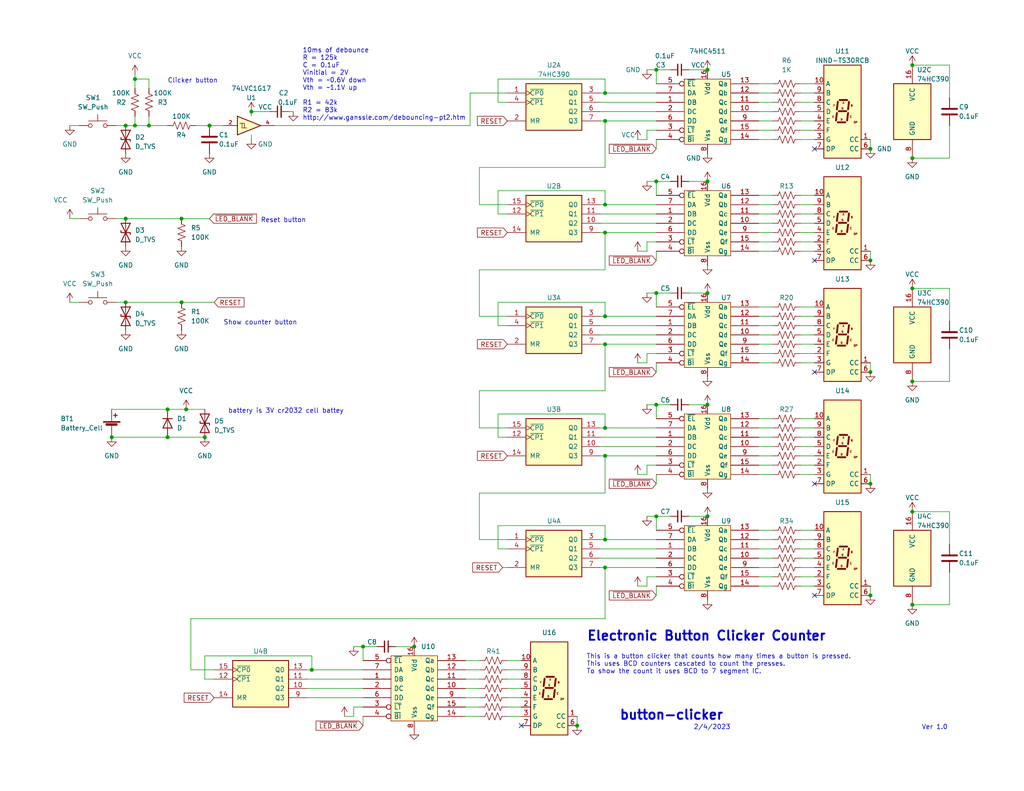
<source format=kicad_sch>
(kicad_sch (version 20230121) (generator eeschema)
  (paper "USLetter")
  (junction (at 165.1 86.36))
  (junction (at 49.53 59.69))
  (junction (at 193.04 110.49))
  (junction (at 179.07 110.49))
  (junction (at 165.1 33.02))
  (junction (at 50.8 111.76))
  (junction (at 179.07 80.01))
  (junction (at 237.49 71.12))
  (junction (at 165.1 25.4))
  (junction (at 237.49 101.6))
  (junction (at 237.49 162.56))
  (junction (at 179.07 19.05))
  (junction (at 248.92 165.1))
  (junction (at 45.72 111.76))
  (junction (at 68.58 30.48))
  (junction (at 85.09 182.88))
  (junction (at 165.1 55.88))
  (junction (at 34.29 59.69))
  (junction (at 193.04 140.97))
  (junction (at 248.92 78.74))
  (junction (at 40.64 34.29))
  (junction (at 248.92 139.7))
  (junction (at 45.72 119.38))
  (junction (at 165.1 124.46))
  (junction (at 165.1 93.98))
  (junction (at 179.07 49.53))
  (junction (at 34.29 82.55))
  (junction (at 49.53 82.55))
  (junction (at 36.83 21.59))
  (junction (at 193.04 19.05))
  (junction (at 193.04 49.53))
  (junction (at 30.48 119.38))
  (junction (at 55.88 119.38))
  (junction (at 165.1 116.84))
  (junction (at 193.04 80.01))
  (junction (at 248.92 17.78))
  (junction (at 237.49 132.08))
  (junction (at 113.03 176.53))
  (junction (at 34.29 34.29))
  (junction (at 99.06 176.53))
  (junction (at 179.07 140.97))
  (junction (at 165.1 154.94))
  (junction (at 165.1 63.5))
  (junction (at 36.83 34.29))
  (junction (at 248.92 43.18))
  (junction (at 165.1 147.32))
  (junction (at 237.49 40.64))
  (junction (at 157.48 198.12))
  (junction (at 57.15 34.29))
  (junction (at 248.92 104.14))
  (no_connect (at 222.25 101.6))
  (no_connect (at 142.24 198.12))
  (no_connect (at 222.25 40.64))
  (no_connect (at 222.25 71.12))
  (no_connect (at 222.25 132.08))
  (no_connect (at 222.25 162.56))
  (wire (pts (xy 163.83 124.46) (xy 165.1 124.46)))
  (wire (pts (xy 163.83 147.32) (xy 165.1 147.32)))
  (wire (pts (xy 222.25 129.54) (xy 218.44 129.54)))
  (wire (pts (xy 179.07 83.82) (xy 179.07 80.01)))
  (wire (pts (xy 179.07 68.58) (xy 179.07 71.12)))
  (wire (pts (xy 218.44 93.98) (xy 222.25 93.98)))
  (wire (pts (xy 30.48 111.76) (xy 45.72 111.76)))
  (wire (pts (xy 163.83 91.44) (xy 179.07 91.44)))
  (wire (pts (xy 210.82 60.96) (xy 207.01 60.96)))
  (wire (pts (xy 176.53 80.01) (xy 179.07 80.01)))
  (wire (pts (xy 210.82 86.36) (xy 207.01 86.36)))
  (wire (pts (xy 165.1 52.07) (xy 165.1 55.88)))
  (wire (pts (xy 176.53 127) (xy 179.07 127)))
  (wire (pts (xy 210.82 147.32) (xy 207.01 147.32)))
  (wire (pts (xy 99.06 180.34) (xy 99.06 176.53)))
  (wire (pts (xy 130.81 86.36) (xy 130.81 73.66)))
  (wire (pts (xy 259.08 156.21) (xy 259.08 165.1)))
  (wire (pts (xy 259.08 165.1) (xy 248.92 165.1)))
  (wire (pts (xy 218.44 157.48) (xy 222.25 157.48)))
  (wire (pts (xy 176.53 49.53) (xy 179.07 49.53)))
  (wire (pts (xy 130.81 190.5) (xy 127 190.5)))
  (wire (pts (xy 210.82 33.02) (xy 207.01 33.02)))
  (wire (pts (xy 165.1 106.68) (xy 165.1 93.98)))
  (wire (pts (xy 68.58 30.48) (xy 68.58 31.75)))
  (wire (pts (xy 179.07 49.53) (xy 182.88 49.53)))
  (wire (pts (xy 259.08 87.63) (xy 259.08 78.74)))
  (wire (pts (xy 218.44 119.38) (xy 222.25 119.38)))
  (wire (pts (xy 163.83 86.36) (xy 165.1 86.36)))
  (wire (pts (xy 142.24 195.58) (xy 138.43 195.58)))
  (wire (pts (xy 259.08 43.18) (xy 248.92 43.18)))
  (wire (pts (xy 40.64 31.75) (xy 40.64 34.29)))
  (wire (pts (xy 210.82 93.98) (xy 207.01 93.98)))
  (wire (pts (xy 40.64 34.29) (xy 45.72 34.29)))
  (wire (pts (xy 157.48 195.58) (xy 157.48 198.12)))
  (wire (pts (xy 130.81 195.58) (xy 127 195.58)))
  (wire (pts (xy 96.52 176.53) (xy 99.06 176.53)))
  (wire (pts (xy 130.81 106.68) (xy 130.81 116.84)))
  (wire (pts (xy 218.44 60.96) (xy 222.25 60.96)))
  (wire (pts (xy 130.81 45.72) (xy 130.81 55.88)))
  (wire (pts (xy 165.1 33.02) (xy 179.07 33.02)))
  (wire (pts (xy 173.99 99.06) (xy 176.53 99.06)))
  (wire (pts (xy 210.82 116.84) (xy 207.01 116.84)))
  (wire (pts (xy 165.1 113.03) (xy 165.1 116.84)))
  (wire (pts (xy 210.82 121.92) (xy 207.01 121.92)))
  (wire (pts (xy 176.53 110.49) (xy 179.07 110.49)))
  (wire (pts (xy 50.8 111.76) (xy 55.88 111.76)))
  (wire (pts (xy 36.83 20.32) (xy 36.83 21.59)))
  (wire (pts (xy 52.07 182.88) (xy 58.42 182.88)))
  (wire (pts (xy 218.44 160.02) (xy 222.25 160.02)))
  (wire (pts (xy 40.64 24.13) (xy 40.64 21.59)))
  (wire (pts (xy 165.1 116.84) (xy 179.07 116.84)))
  (wire (pts (xy 218.44 86.36) (xy 222.25 86.36)))
  (wire (pts (xy 163.83 121.92) (xy 179.07 121.92)))
  (wire (pts (xy 210.82 119.38) (xy 207.01 119.38)))
  (wire (pts (xy 176.53 157.48) (xy 179.07 157.48)))
  (wire (pts (xy 138.43 86.36) (xy 130.81 86.36)))
  (wire (pts (xy 210.82 96.52) (xy 207.01 96.52)))
  (wire (pts (xy 130.81 185.42) (xy 127 185.42)))
  (wire (pts (xy 107.95 176.53) (xy 113.03 176.53)))
  (wire (pts (xy 210.82 58.42) (xy 207.01 58.42)))
  (wire (pts (xy 130.81 134.62) (xy 130.81 147.32)))
  (wire (pts (xy 210.82 124.46) (xy 207.01 124.46)))
  (wire (pts (xy 179.07 110.49) (xy 182.88 110.49)))
  (wire (pts (xy 176.53 140.97) (xy 179.07 140.97)))
  (wire (pts (xy 218.44 121.92) (xy 222.25 121.92)))
  (wire (pts (xy 138.43 119.38) (xy 135.89 119.38)))
  (wire (pts (xy 218.44 96.52) (xy 222.25 96.52)))
  (wire (pts (xy 130.81 55.88) (xy 138.43 55.88)))
  (wire (pts (xy 138.43 193.04) (xy 142.24 193.04)))
  (wire (pts (xy 74.93 34.29) (xy 128.27 34.29)))
  (wire (pts (xy 163.83 27.94) (xy 179.07 27.94)))
  (wire (pts (xy 130.81 193.04) (xy 127 193.04)))
  (wire (pts (xy 259.08 78.74) (xy 248.92 78.74)))
  (wire (pts (xy 138.43 58.42) (xy 135.89 58.42)))
  (wire (pts (xy 218.44 66.04) (xy 222.25 66.04)))
  (wire (pts (xy 135.89 27.94) (xy 135.89 21.59)))
  (wire (pts (xy 237.49 129.54) (xy 237.49 132.08)))
  (wire (pts (xy 210.82 63.5) (xy 207.01 63.5)))
  (wire (pts (xy 179.07 114.3) (xy 179.07 110.49)))
  (wire (pts (xy 165.1 143.51) (xy 165.1 147.32)))
  (wire (pts (xy 165.1 86.36) (xy 179.07 86.36)))
  (wire (pts (xy 163.83 119.38) (xy 179.07 119.38)))
  (wire (pts (xy 138.43 149.86) (xy 135.89 149.86)))
  (wire (pts (xy 83.82 190.5) (xy 99.06 190.5)))
  (wire (pts (xy 179.07 144.78) (xy 179.07 140.97)))
  (wire (pts (xy 210.82 27.94) (xy 207.01 27.94)))
  (wire (pts (xy 210.82 157.48) (xy 207.01 157.48)))
  (wire (pts (xy 222.25 68.58) (xy 218.44 68.58)))
  (wire (pts (xy 34.29 34.29) (xy 36.83 34.29)))
  (wire (pts (xy 57.15 34.29) (xy 60.96 34.29)))
  (wire (pts (xy 218.44 99.06) (xy 222.25 99.06)))
  (wire (pts (xy 187.96 140.97) (xy 193.04 140.97)))
  (wire (pts (xy 218.44 88.9) (xy 222.25 88.9)))
  (wire (pts (xy 259.08 104.14) (xy 248.92 104.14)))
  (wire (pts (xy 163.83 63.5) (xy 165.1 63.5)))
  (wire (pts (xy 210.82 127) (xy 207.01 127)))
  (wire (pts (xy 259.08 17.78) (xy 248.92 17.78)))
  (wire (pts (xy 210.82 35.56) (xy 207.01 35.56)))
  (wire (pts (xy 218.44 63.5) (xy 222.25 63.5)))
  (wire (pts (xy 210.82 99.06) (xy 207.01 99.06)))
  (wire (pts (xy 218.44 144.78) (xy 222.25 144.78)))
  (wire (pts (xy 165.1 25.4) (xy 179.07 25.4)))
  (wire (pts (xy 165.1 93.98) (xy 179.07 93.98)))
  (wire (pts (xy 58.42 185.42) (xy 55.88 185.42)))
  (wire (pts (xy 165.1 82.55) (xy 165.1 86.36)))
  (wire (pts (xy 165.1 55.88) (xy 179.07 55.88)))
  (wire (pts (xy 31.75 34.29) (xy 34.29 34.29)))
  (wire (pts (xy 179.07 129.54) (xy 179.07 132.08)))
  (wire (pts (xy 218.44 55.88) (xy 222.25 55.88)))
  (wire (pts (xy 179.07 140.97) (xy 182.88 140.97)))
  (wire (pts (xy 259.08 139.7) (xy 248.92 139.7)))
  (wire (pts (xy 49.53 82.55) (xy 58.42 82.55)))
  (wire (pts (xy 218.44 152.4) (xy 222.25 152.4)))
  (wire (pts (xy 138.43 190.5) (xy 142.24 190.5)))
  (wire (pts (xy 218.44 25.4) (xy 222.25 25.4)))
  (wire (pts (xy 165.1 45.72) (xy 165.1 33.02)))
  (wire (pts (xy 210.82 53.34) (xy 207.01 53.34)))
  (wire (pts (xy 163.83 30.48) (xy 179.07 30.48)))
  (wire (pts (xy 93.98 195.58) (xy 96.52 195.58)))
  (wire (pts (xy 176.53 99.06) (xy 176.53 96.52)))
  (wire (pts (xy 163.83 58.42) (xy 179.07 58.42)))
  (wire (pts (xy 165.1 124.46) (xy 179.07 124.46)))
  (wire (pts (xy 36.83 31.75) (xy 36.83 34.29)))
  (wire (pts (xy 179.07 80.01) (xy 182.88 80.01)))
  (wire (pts (xy 218.44 116.84) (xy 222.25 116.84)))
  (wire (pts (xy 135.89 149.86) (xy 135.89 143.51)))
  (wire (pts (xy 210.82 83.82) (xy 207.01 83.82)))
  (wire (pts (xy 165.1 134.62) (xy 165.1 124.46)))
  (wire (pts (xy 210.82 25.4) (xy 207.01 25.4)))
  (wire (pts (xy 237.49 38.1) (xy 237.49 40.64)))
  (wire (pts (xy 19.05 34.29) (xy 21.59 34.29)))
  (wire (pts (xy 218.44 53.34) (xy 222.25 53.34)))
  (wire (pts (xy 163.83 33.02) (xy 165.1 33.02)))
  (wire (pts (xy 50.8 111.76) (xy 45.72 111.76)))
  (wire (pts (xy 210.82 154.94) (xy 207.01 154.94)))
  (wire (pts (xy 19.05 82.55) (xy 21.59 82.55)))
  (wire (pts (xy 55.88 179.07) (xy 85.09 179.07)))
  (wire (pts (xy 218.44 124.46) (xy 222.25 124.46)))
  (wire (pts (xy 218.44 114.3) (xy 222.25 114.3)))
  (wire (pts (xy 176.53 66.04) (xy 179.07 66.04)))
  (wire (pts (xy 52.07 168.91) (xy 165.1 168.91)))
  (wire (pts (xy 176.53 35.56) (xy 179.07 35.56)))
  (wire (pts (xy 179.07 22.86) (xy 179.07 19.05)))
  (wire (pts (xy 163.83 149.86) (xy 179.07 149.86)))
  (wire (pts (xy 218.44 83.82) (xy 222.25 83.82)))
  (wire (pts (xy 83.82 187.96) (xy 99.06 187.96)))
  (wire (pts (xy 36.83 34.29) (xy 40.64 34.29)))
  (wire (pts (xy 130.81 187.96) (xy 127 187.96)))
  (wire (pts (xy 173.99 38.1) (xy 176.53 38.1)))
  (wire (pts (xy 130.81 180.34) (xy 127 180.34)))
  (wire (pts (xy 165.1 21.59) (xy 165.1 25.4)))
  (wire (pts (xy 165.1 63.5) (xy 179.07 63.5)))
  (wire (pts (xy 163.83 55.88) (xy 165.1 55.88)))
  (wire (pts (xy 176.53 19.05) (xy 179.07 19.05)))
  (wire (pts (xy 96.52 193.04) (xy 99.06 193.04)))
  (wire (pts (xy 237.49 68.58) (xy 237.49 71.12)))
  (wire (pts (xy 218.44 58.42) (xy 222.25 58.42)))
  (wire (pts (xy 179.07 53.34) (xy 179.07 49.53)))
  (wire (pts (xy 45.72 119.38) (xy 55.88 119.38)))
  (wire (pts (xy 130.81 134.62) (xy 165.1 134.62)))
  (wire (pts (xy 187.96 49.53) (xy 193.04 49.53)))
  (wire (pts (xy 210.82 30.48) (xy 207.01 30.48)))
  (wire (pts (xy 135.89 119.38) (xy 135.89 113.03)))
  (wire (pts (xy 53.34 34.29) (xy 57.15 34.29)))
  (wire (pts (xy 176.53 160.02) (xy 176.53 157.48)))
  (wire (pts (xy 218.44 27.94) (xy 222.25 27.94)))
  (wire (pts (xy 40.64 21.59) (xy 36.83 21.59)))
  (wire (pts (xy 176.53 38.1) (xy 176.53 35.56)))
  (wire (pts (xy 173.99 160.02) (xy 176.53 160.02)))
  (wire (pts (xy 210.82 55.88) (xy 207.01 55.88)))
  (wire (pts (xy 135.89 21.59) (xy 165.1 21.59)))
  (wire (pts (xy 259.08 95.25) (xy 259.08 104.14)))
  (wire (pts (xy 135.89 143.51) (xy 165.1 143.51)))
  (wire (pts (xy 210.82 129.54) (xy 207.01 129.54)))
  (wire (pts (xy 237.49 160.02) (xy 237.49 162.56)))
  (wire (pts (xy 210.82 38.1) (xy 207.01 38.1)))
  (wire (pts (xy 34.29 82.55) (xy 49.53 82.55)))
  (wire (pts (xy 218.44 147.32) (xy 222.25 147.32)))
  (wire (pts (xy 130.81 73.66) (xy 165.1 73.66)))
  (wire (pts (xy 138.43 147.32) (xy 130.81 147.32)))
  (wire (pts (xy 135.89 88.9) (xy 135.89 82.55)))
  (wire (pts (xy 163.83 116.84) (xy 165.1 116.84)))
  (wire (pts (xy 130.81 116.84) (xy 138.43 116.84)))
  (wire (pts (xy 135.89 82.55) (xy 165.1 82.55)))
  (wire (pts (xy 19.05 59.69) (xy 21.59 59.69)))
  (wire (pts (xy 135.89 58.42) (xy 135.89 52.07)))
  (wire (pts (xy 259.08 34.29) (xy 259.08 43.18)))
  (wire (pts (xy 31.75 59.69) (xy 34.29 59.69)))
  (wire (pts (xy 210.82 149.86) (xy 207.01 149.86)))
  (wire (pts (xy 130.81 45.72) (xy 165.1 45.72)))
  (wire (pts (xy 210.82 144.78) (xy 207.01 144.78)))
  (wire (pts (xy 83.82 185.42) (xy 99.06 185.42)))
  (wire (pts (xy 128.27 34.29) (xy 128.27 25.4)))
  (wire (pts (xy 259.08 26.67) (xy 259.08 17.78)))
  (wire (pts (xy 222.25 38.1) (xy 218.44 38.1)))
  (wire (pts (xy 210.82 88.9) (xy 207.01 88.9)))
  (wire (pts (xy 176.53 96.52) (xy 179.07 96.52)))
  (wire (pts (xy 163.83 93.98) (xy 165.1 93.98)))
  (wire (pts (xy 237.49 99.06) (xy 237.49 101.6)))
  (wire (pts (xy 83.82 182.88) (xy 85.09 182.88)))
  (wire (pts (xy 179.07 99.06) (xy 179.07 101.6)))
  (wire (pts (xy 138.43 182.88) (xy 142.24 182.88)))
  (wire (pts (xy 135.89 52.07) (xy 165.1 52.07)))
  (wire (pts (xy 52.07 168.91) (xy 52.07 182.88)))
  (wire (pts (xy 210.82 91.44) (xy 207.01 91.44)))
  (wire (pts (xy 31.75 82.55) (xy 34.29 82.55)))
  (wire (pts (xy 210.82 152.4) (xy 207.01 152.4)))
  (wire (pts (xy 176.53 68.58) (xy 176.53 66.04)))
  (wire (pts (xy 163.83 88.9) (xy 179.07 88.9)))
  (wire (pts (xy 176.53 129.54) (xy 176.53 127)))
  (wire (pts (xy 55.88 185.42) (xy 55.88 179.07)))
  (wire (pts (xy 138.43 88.9) (xy 135.89 88.9)))
  (wire (pts (xy 187.96 80.01) (xy 193.04 80.01)))
  (wire (pts (xy 68.58 30.48) (xy 73.66 30.48)))
  (wire (pts (xy 173.99 68.58) (xy 176.53 68.58)))
  (wire (pts (xy 218.44 30.48) (xy 222.25 30.48)))
  (wire (pts (xy 165.1 154.94) (xy 165.1 168.91)))
  (wire (pts (xy 138.43 180.34) (xy 142.24 180.34)))
  (wire (pts (xy 163.83 154.94) (xy 165.1 154.94)))
  (wire (pts (xy 165.1 154.94) (xy 179.07 154.94)))
  (wire (pts (xy 165.1 73.66) (xy 165.1 63.5)))
  (wire (pts (xy 210.82 66.04) (xy 207.01 66.04)))
  (wire (pts (xy 210.82 160.02) (xy 207.01 160.02)))
  (wire (pts (xy 218.44 149.86) (xy 222.25 149.86)))
  (wire (pts (xy 179.07 38.1) (xy 179.07 40.64)))
  (wire (pts (xy 163.83 25.4) (xy 165.1 25.4)))
  (wire (pts (xy 138.43 154.94) (xy 137.16 154.94)))
  (wire (pts (xy 36.83 21.59) (xy 36.83 24.13)))
  (wire (pts (xy 179.07 160.02) (xy 179.07 162.56)))
  (wire (pts (xy 85.09 182.88) (xy 99.06 182.88)))
  (wire (pts (xy 187.96 19.05) (xy 193.04 19.05)))
  (wire (pts (xy 99.06 195.58) (xy 99.06 198.12)))
  (wire (pts (xy 135.89 113.03) (xy 165.1 113.03)))
  (wire (pts (xy 138.43 187.96) (xy 142.24 187.96)))
  (wire (pts (xy 78.74 30.48) (xy 80.01 30.48)))
  (wire (pts (xy 130.81 182.88) (xy 127 182.88)))
  (wire (pts (xy 163.83 152.4) (xy 179.07 152.4)))
  (wire (pts (xy 130.81 106.68) (xy 165.1 106.68)))
  (wire (pts (xy 96.52 195.58) (xy 96.52 193.04)))
  (wire (pts (xy 210.82 68.58) (xy 207.01 68.58)))
  (wire (pts (xy 218.44 33.02) (xy 222.25 33.02)))
  (wire (pts (xy 163.83 60.96) (xy 179.07 60.96)))
  (wire (pts (xy 165.1 147.32) (xy 179.07 147.32)))
  (wire (pts (xy 210.82 22.86) (xy 207.01 22.86)))
  (wire (pts (xy 34.29 59.69) (xy 49.53 59.69)))
  (wire (pts (xy 57.15 59.69) (xy 49.53 59.69)))
  (wire (pts (xy 218.44 91.44) (xy 222.25 91.44)))
  (wire (pts (xy 179.07 19.05) (xy 182.88 19.05)))
  (wire (pts (xy 68.58 38.1) (xy 68.58 36.83)))
  (wire (pts (xy 99.06 176.53) (xy 102.87 176.53)))
  (wire (pts (xy 210.82 114.3) (xy 207.01 114.3)))
  (wire (pts (xy 218.44 35.56) (xy 222.25 35.56)))
  (wire (pts (xy 187.96 110.49) (xy 193.04 110.49)))
  (wire (pts (xy 138.43 27.94) (xy 135.89 27.94)))
  (wire (pts (xy 128.27 25.4) (xy 138.43 25.4)))
  (wire (pts (xy 30.48 119.38) (xy 45.72 119.38)))
  (wire (pts (xy 138.43 185.42) (xy 142.24 185.42)))
  (wire (pts (xy 218.44 154.94) (xy 222.25 154.94)))
  (wire (pts (xy 173.99 129.54) (xy 176.53 129.54)))
  (wire (pts (xy 218.44 22.86) (xy 222.25 22.86)))
  (wire (pts (xy 85.09 179.07) (xy 85.09 182.88)))
  (wire (pts (xy 259.08 148.59) (xy 259.08 139.7)))
  (wire (pts (xy 218.44 127) (xy 222.25 127)))
  (text "Clicker button" (at 45.72 22.86 0) (effects (font (size 1.27 1.27)) (justify left bottom)))
  (text "button-clicker" (at 168.91 196.85 0) (effects (font (size 2.54 2.54) (thickness 0.508) bold) (justify left bottom)))
  (text "10ms of debounce\nR = 125k\nC = 0.1uF\nVinitial = 2V\nVth = ~0.6V down\nVth = ~1.1V up\n\nR1 = 42k\nR2 = 83k\nhttp://www.ganssle.com/debouncing-pt2.htm\n" (at 82.55 33.02 0) (effects (font (size 1.27 1.27)) (justify left bottom)))
  (text "This is a button clicker that counts how many times a button is pressed.\nThis uses BCD counters cascated to count the presses. \nTo show the count it uses BCD to 7 segment IC." (at 160.02 184.15 0) (effects (font (size 1.27 1.27)) (justify left bottom)))
  (text "Reset button" (at 71.12 60.96 0) (effects (font (size 1.27 1.27)) (justify left bottom)))
  (text "Electronic Button Clicker Counter" (at 160.02 175.26 0) (effects (font (size 2.54 2.54) bold) (justify left bottom)))
  (text "battery is 3V cr2032 cell battey" (at 62.23 113.03 0) (effects (font (size 1.27 1.27)) (justify left bottom)))
  (text "2/4/2023" (at 189.23 199.39 0) (effects (font (size 1.27 1.27)) (justify left bottom)))
  (text "Show counter button" (at 60.96 88.9 0) (effects (font (size 1.27 1.27)) (justify left bottom)))
  (text "Ver 1.0" (at 251.46 199.39 0) (effects (font (size 1.27 1.27)) (justify left bottom)))
  (global_label "~{LED_BLANK}" (shape input) (at 179.07 71.12 180) (property "Intersheetrefs" "${INTERSHEET_REFS}" (effects hide)))
  (global_label "RESET" (shape input) (at 138.43 124.46 180) (property "Intersheetrefs" "${INTERSHEET_REFS}" (effects hide)))
  (global_label "~{LED_BLANK}" (shape input) (at 99.06 198.12 180) (property "Intersheetrefs" "${INTERSHEET_REFS}" (effects hide)))
  (global_label "RESET" (shape input) (at 138.43 33.02 180) (property "Intersheetrefs" "${INTERSHEET_REFS}" (effects hide)))
  (global_label "RESET" (shape input) (at 137.16 154.94 180) (property "Intersheetrefs" "${INTERSHEET_REFS}" (effects hide)))
  (global_label "~{LED_BLANK}" (shape input) (at 179.07 162.56 180) (property "Intersheetrefs" "${INTERSHEET_REFS}" (effects hide)))
  (global_label "RESET" (shape input) (at 58.42 190.5 180) (property "Intersheetrefs" "${INTERSHEET_REFS}" (effects hide)))
  (global_label "~{LED_BLANK}" (shape input) (at 179.07 101.6 180) (property "Intersheetrefs" "${INTERSHEET_REFS}" (effects hide)))
  (global_label "RESET" (shape input) (at 138.43 93.98 180) (property "Intersheetrefs" "${INTERSHEET_REFS}" (effects hide)))
  (global_label "~{LED_BLANK}" (shape input) (at 179.07 40.64 180) (property "Intersheetrefs" "${INTERSHEET_REFS}" (effects hide)))
  (global_label "RESET" (shape input) (at 58.42 82.55 0) (property "Intersheetrefs" "${INTERSHEET_REFS}" (effects hide)))
  (global_label "RESET" (shape input) (at 138.43 63.5 180) (property "Intersheetrefs" "${INTERSHEET_REFS}" (effects hide)))
  (global_label "~{LED_BLANK}" (shape input) (at 57.15 59.69 0) (property "Intersheetrefs" "${INTERSHEET_REFS}" (effects hide)))
  (global_label "~{LED_BLANK}" (shape input) (at 179.07 132.08 180) (property "Intersheetrefs" "${INTERSHEET_REFS}" (effects hide)))
  (symbol (lib_id "Device:R_US") (at 214.63 154.94 90) (unit 1)
    (property "Reference" "R38" (effects hide))
    (property "Value" "1K" (effects hide))
    (property "Footprint" "Resistor_SMD:R_0603_1608Metric" (effects hide))
    (property "JLC" "0603" (effects hide))
  )
  (symbol (lib_id "74xx:74LS390") (at 151.13 58.42 0) (unit 2)
    (property "Reference" "U2" (at 151.13 50.8 0))
    (property "Value" "74HC390" (effects hide))
    (property "Footprint" "Package_SO:TSSOP-16_4.4x5mm_P0.65mm" (effects hide))
    (property "Datasheet" "https://www.onsemi.com/pdf/datasheet/mc74hc390a-d.pdf" (effects hide))
  )
  (symbol (lib_id "Device:R_US") (at 214.63 88.9 90) (unit 1)
    (property "Reference" "R22" (effects hide))
    (property "Value" "1K" (effects hide))
    (property "Footprint" "Resistor_SMD:R_0603_1608Metric" (effects hide))
    (property "JLC" "0603" (effects hide))
  )
  (symbol (lib_id "power:GND") (at 19.05 34.29 0) (unit 1)
    (property "Reference" "#PWR01" (effects hide))
    (property "Value" "GND" (at 19.05 39.37 0))
  )
  (symbol (lib_id "Device:D_TVS") (at 34.29 86.36 270) (unit 1)
    (property "Reference" "D4" (at 36.83 85.725 90) (effects (justify left)))
    (property "Value" "D_TVS" (at 36.83 88.265 90) (effects (justify left)))
    (property "Footprint" "Diode_SMD:D_SOD-523" (effects hide))
  )
  (symbol (lib_id "power:GND") (at 237.49 40.64 0) (unit 1)
    (property "Reference" "#PWR036" (effects hide))
    (property "Value" "GND" (at 241.3 40.64 0))
  )
  (symbol (lib_id "power:VCC") (at 19.05 82.55 0) (unit 1)
    (property "Reference" "#PWR03" (effects hide))
    (property "Value" "VCC" (at 19.05 77.47 0))
  )
  (symbol (lib_id "Device:R_US") (at 134.62 193.04 90) (unit 1)
    (property "Reference" "R46" (effects hide))
    (property "Value" "1K" (effects hide))
    (property "Footprint" "Resistor_SMD:R_0603_1608Metric" (effects hide))
    (property "JLC" "0603" (effects hide))
  )
  (symbol (lib_id "Device:R_US") (at 214.63 99.06 90) (unit 1)
    (property "Reference" "R26" (effects hide))
    (property "Value" "1K" (effects hide))
    (property "Footprint" "Resistor_SMD:R_0603_1608Metric" (effects hide))
    (property "JLC" "0603" (effects hide))
  )
  (symbol (lib_name "GND_2") (lib_id "power:GND") (at 248.92 165.1 0) (unit 1)
    (property "Reference" "#PWR047" (effects hide))
    (property "Value" "GND" (at 248.92 170.18 0))
  )
  (symbol (lib_id "Device:R_US") (at 214.63 83.82 90) (unit 1)
    (property "Reference" "R20" (at 214.63 81.28 90))
    (property "Value" "1K" (effects hide))
    (property "Footprint" "Resistor_SMD:R_0603_1608Metric" (effects hide))
    (property "JLC" "0603" (effects hide))
  )
  (symbol (lib_id "Display_Character:HDSP-A153") (at 229.87 121.92 0) (unit 1)
    (property "Reference" "U14" (at 229.87 106.68 0))
    (property "Value" "INND-TS30RCB" (effects hide))
    (property "Footprint" "Display_7Segment:HDSP-A151" (effects hide))
    (property "Datasheet" "https://www.inolux-corp.com/datasheet/Display/Through-Hole-Display/SingleDigit/INND-TS30%20Series_V1.0.pdf" (effects hide))
  )
  (symbol (lib_id "Device:C_Small") (at 76.2 30.48 90) (unit 1)
    (property "Reference" "C2" (at 78.74 25.4 90) (effects (justify left)))
    (property "Value" "0.1uF" (at 81.28 27.94 90) (effects (justify left)))
    (property "Footprint" "Capacitor_SMD:C_0603_1608Metric" (effects hide))
    (property "JLC" "0603" (effects hide))
  )
  (symbol (lib_id "power:GND") (at 55.88 119.38 0) (unit 1)
    (property "Reference" "#PWR0101" (effects hide))
    (property "Value" "GND" (at 55.88 124.46 0))
  )
  (symbol (lib_id "power:VCC") (at 113.03 176.53 0) (unit 1)
    (property "Reference" "#PWR034" (effects hide))
    (property "Value" "VCC" (effects hide))
  )
  (symbol (lib_id "Device:R_US") (at 214.63 25.4 90) (unit 1)
    (property "Reference" "R7" (effects hide))
    (property "Value" "1K" (effects hide))
    (property "Footprint" "Resistor_SMD:R_0603_1608Metric" (effects hide))
    (property "JLC" "0603" (effects hide))
  )
  (symbol (lib_name "GND_3") (lib_id "power:GND") (at 30.48 119.38 0) (unit 1)
    (property "Reference" "#PWR04" (effects hide))
    (property "Value" "GND" (at 30.48 124.46 0))
  )
  (symbol (lib_id "Switch:SW_Push") (at 26.67 82.55 0) (unit 1)
    (property "Reference" "SW3" (at 26.67 74.93 0))
    (property "Value" "SW_Push" (at 26.67 77.47 0))
    (property "Footprint" "Button_Switch_SMD:SW_Push_1P1T_NO_Vertical_Wuerth_434133025816" (effects hide))
  )
  (symbol (lib_id "Device:R_US") (at 134.62 187.96 90) (unit 1)
    (property "Reference" "R44" (effects hide))
    (property "Value" "1K" (effects hide))
    (property "Footprint" "Resistor_SMD:R_0603_1608Metric" (effects hide))
    (property "JLC" "0603" (effects hide))
  )
  (symbol (lib_id "Device:R_US") (at 134.62 195.58 90) (unit 1)
    (property "Reference" "R47" (effects hide))
    (property "Value" "1K" (effects hide))
    (property "Footprint" "Resistor_SMD:R_0603_1608Metric" (effects hide))
    (property "JLC" "0603" (effects hide))
  )
  (symbol (lib_id "power:GND") (at 176.53 19.05 0) (unit 1)
    (property "Reference" "#PWR018" (effects hide))
    (property "Value" "GND" (at 172.72 19.05 0))
  )
  (symbol (lib_id "power:GND") (at 34.29 41.91 0) (unit 1)
    (property "Reference" "#PWR048" (effects hide))
    (property "Value" "GND" (at 34.29 46.99 0))
  )
  (symbol (lib_id "power:VCC") (at 173.99 38.1 0) (unit 1)
    (property "Reference" "#PWR012" (effects hide))
    (property "Value" "VCC" (at 171.45 36.83 0))
  )
  (symbol (lib_id "power:VCC") (at 193.04 49.53 0) (unit 1)
    (property "Reference" "#PWR026" (effects hide))
    (property "Value" "VCC" (effects hide))
  )
  (symbol (lib_id "Device:D_TVS") (at 34.29 63.5 270) (unit 1)
    (property "Reference" "D3" (at 36.83 62.865 90) (effects (justify left)))
    (property "Value" "D_TVS" (at 36.83 65.405 90) (effects (justify left)))
    (property "Footprint" "Diode_SMD:D_SOD-523" (effects hide))
  )
  (symbol (lib_id "Device:R_US") (at 40.64 27.94 180) (unit 1)
    (property "Reference" "R3" (at 45.72 27.94 0) (effects (justify left)))
    (property "Value" "100K" (at 46.99 25.4 0) (effects (justify left)))
    (property "Footprint" "Resistor_SMD:R_0603_1608Metric" (effects hide))
    (property "JLC" "0603" (effects hide))
  )
  (symbol (lib_name "4511_1") (lib_id "4xxx_IEEE:4511") (at 193.04 152.4 0) (unit 1)
    (property "Reference" "U9" (at 198.12 142.24 0))
    (property "Value" "74HC4511" (effects hide))
    (property "Footprint" "Package_SO:TSSOP-16_4.4x5mm_P0.65mm" (effects hide))
    (property "Datasheet" "https://www.ti.com/lit/ds/symlink/cd74hc4511.pdf?ts=1672680940555" (effects hide))
  )
  (symbol (lib_id "Device:R_US") (at 214.63 66.04 90) (unit 1)
    (property "Reference" "R18" (effects hide))
    (property "Value" "1K" (effects hide))
    (property "Footprint" "Resistor_SMD:R_0603_1608Metric" (effects hide))
    (property "JLC" "0603" (effects hide))
  )
  (symbol (lib_id "power:VCC") (at 193.04 19.05 0) (unit 1)
    (property "Reference" "#PWR024" (effects hide))
    (property "Value" "VCC" (at 190.5 17.78 0))
  )
  (symbol (lib_id "Device:D_TVS") (at 55.88 115.57 270) (unit 1)
    (property "Reference" "D5" (at 58.42 114.935 90) (effects (justify left)))
    (property "Value" "D_TVS" (at 58.42 117.475 90) (effects (justify left)))
    (property "Footprint" "Diode_SMD:D_SOD-523" (effects hide))
  )
  (symbol (lib_id "power:GND") (at 176.53 80.01 0) (unit 1)
    (property "Reference" "#PWR020" (effects hide))
    (property "Value" "GND" (effects hide))
  )
  (symbol (lib_id "Device:R_US") (at 214.63 157.48 90) (unit 1)
    (property "Reference" "R39" (effects hide))
    (property "Value" "1K" (effects hide))
    (property "Footprint" "Resistor_SMD:R_0603_1608Metric" (effects hide))
    (property "JLC" "0603" (effects hide))
  )
  (symbol (lib_name "4511_1") (lib_id "4xxx_IEEE:4511") (at 193.04 30.48 0) (unit 1)
    (property "Reference" "U5" (at 198.12 20.32 0))
    (property "Value" "74HC4511" (at 193.04 13.97 0))
    (property "Footprint" "Package_SO:TSSOP-16_4.4x5mm_P0.65mm" (effects hide))
    (property "Datasheet" "https://www.ti.com/lit/ds/symlink/cd74hc4511.pdf?ts=1672680940555" (effects hide))
  )
  (symbol (lib_name "GND_1") (lib_id "power:GND") (at 237.49 71.12 0) (unit 1)
    (property "Reference" "#PWR037" (effects hide))
    (property "Value" "GND" (effects hide))
  )
  (symbol (lib_name "VCC_2") (lib_id "power:VCC") (at 248.92 139.7 0) (unit 1)
    (property "Reference" "#PWR046" (effects hide))
    (property "Value" "VCC" (at 248.92 135.89 0))
  )
  (symbol (lib_id "power:GND") (at 176.53 49.53 0) (unit 1)
    (property "Reference" "#PWR019" (effects hide))
    (property "Value" "GND" (effects hide))
  )
  (symbol (lib_id "power:GND") (at 49.53 67.31 0) (unit 1)
    (property "Reference" "#PWR07" (effects hide))
    (property "Value" "GND" (at 49.53 72.39 0))
  )
  (symbol (lib_id "Device:R_US") (at 214.63 124.46 90) (unit 1)
    (property "Reference" "R31" (effects hide))
    (property "Value" "1K" (effects hide))
    (property "Footprint" "Resistor_SMD:R_0603_1608Metric" (effects hide))
    (property "JLC" "0603" (effects hide))
  )
  (symbol (lib_id "Device:C") (at 259.08 30.48 0) (unit 1)
    (property "Reference" "C9" (at 261.62 29.21 0) (effects (justify left)))
    (property "Value" "0.1uF" (at 261.62 31.75 0) (effects (justify left)))
    (property "Footprint" "Capacitor_SMD:C_0603_1608Metric" (effects hide))
    (property "JLC" "0603" (effects hide))
  )
  (symbol (lib_id "Device:R_US") (at 214.63 114.3 90) (unit 1)
    (property "Reference" "R27" (at 214.63 111.76 90))
    (property "Value" "1K" (effects hide))
    (property "Footprint" "Resistor_SMD:R_0603_1608Metric" (effects hide))
    (property "JLC" "0603" (effects hide))
  )
  (symbol (lib_id "power:VCC") (at 173.99 68.58 0) (unit 1)
    (property "Reference" "#PWR013" (effects hide))
    (property "Value" "VCC" (effects hide))
  )
  (symbol (lib_id "74xx:74LS390") (at 151.13 88.9 0) (unit 1)
    (property "Reference" "U3" (at 151.13 81.28 0))
    (property "Value" "74HC390" (effects hide))
    (property "Footprint" "Package_SO:TSSOP-16_4.4x5mm_P0.65mm" (effects hide))
    (property "Datasheet" "https://www.onsemi.com/pdf/datasheet/mc74hc390a-d.pdf" (effects hide))
  )
  (symbol (lib_id "Device:C_Small") (at 185.42 140.97 270) (unit 1)
    (property "Reference" "C7" (at 182.88 139.7 90) (effects (justify right)))
    (property "Value" "0.1uF" (effects hide))
    (property "Footprint" "Capacitor_SMD:C_0603_1608Metric" (effects hide))
    (property "JLC" "0603" (effects hide))
  )
  (symbol (lib_id "power:GND") (at 49.53 90.17 0) (unit 1)
    (property "Reference" "#PWR05" (effects hide))
    (property "Value" "GND" (at 49.53 95.25 0))
  )
  (symbol (lib_id "power:VCC") (at 173.99 160.02 0) (unit 1)
    (property "Reference" "#PWR016" (effects hide))
    (property "Value" "VCC" (effects hide))
  )
  (symbol (lib_id "power:GND") (at 176.53 110.49 0) (unit 1)
    (property "Reference" "#PWR021" (effects hide))
    (property "Value" "GND" (effects hide))
  )
  (symbol (lib_id "power:VCC") (at 173.99 129.54 0) (unit 1)
    (property "Reference" "#PWR015" (effects hide))
    (property "Value" "VCC" (effects hide))
  )
  (symbol (lib_id "Device:R_US") (at 214.63 33.02 90) (unit 1)
    (property "Reference" "R10" (effects hide))
    (property "Value" "1K" (effects hide))
    (property "Footprint" "Resistor_SMD:R_0603_1608Metric" (effects hide))
    (property "JLC" "0603" (effects hide))
  )
  (symbol (lib_name "4511_1") (lib_id "4xxx_IEEE:4511") (at 193.04 60.96 0) (unit 1)
    (property "Reference" "U6" (at 198.12 50.8 0))
    (property "Value" "74HC4511" (effects hide))
    (property "Footprint" "Package_SO:TSSOP-16_4.4x5mm_P0.65mm" (effects hide))
    (property "Datasheet" "https://www.ti.com/lit/ds/symlink/cd74hc4511.pdf?ts=1672680940555" (effects hide))
  )
  (symbol (lib_id "Display_Character:HDSP-A153") (at 229.87 152.4 0) (unit 1)
    (property "Reference" "U15" (at 229.87 137.16 0))
    (property "Value" "INND-TS30RCB" (effects hide))
    (property "Footprint" "Display_7Segment:HDSP-A151" (effects hide))
    (property "Datasheet" "https://www.inolux-corp.com/datasheet/Display/Through-Hole-Display/SingleDigit/INND-TS30%20Series_V1.0.pdf" (effects hide))
  )
  (symbol (lib_id "power:GND") (at 193.04 133.35 0) (unit 1)
    (property "Reference" "#PWR031" (effects hide))
    (property "Value" "GND" (effects hide))
  )
  (symbol (lib_id "Device:R_US") (at 134.62 190.5 90) (unit 1)
    (property "Reference" "R45" (effects hide))
    (property "Value" "1K" (effects hide))
    (property "Footprint" "Resistor_SMD:R_0603_1608Metric" (effects hide))
    (property "JLC" "0603" (effects hide))
  )
  (symbol (lib_id "power:GND") (at 193.04 163.83 0) (unit 1)
    (property "Reference" "#PWR033" (effects hide))
    (property "Value" "GND" (effects hide))
  )
  (symbol (lib_id "Device:R_US") (at 214.63 144.78 90) (unit 1)
    (property "Reference" "R34" (at 214.63 142.24 90))
    (property "Value" "1K" (effects hide))
    (property "Footprint" "Resistor_SMD:R_0603_1608Metric" (effects hide))
    (property "JLC" "0603" (effects hide))
  )
  (symbol (lib_id "74xx:74LS390") (at 151.13 149.86 0) (unit 1)
    (property "Reference" "U4" (at 151.13 142.24 0))
    (property "Value" "74HC390" (effects hide))
    (property "Footprint" "Package_SO:TSSOP-16_4.4x5mm_P0.65mm" (effects hide))
    (property "Datasheet" "https://www.onsemi.com/pdf/datasheet/mc74hc390a-d.pdf" (effects hide))
  )
  (symbol (lib_id "Device:R_US") (at 214.63 38.1 90) (unit 1)
    (property "Reference" "R12" (effects hide))
    (property "Value" "1K" (effects hide))
    (property "Footprint" "Resistor_SMD:R_0603_1608Metric" (effects hide))
    (property "JLC" "0603" (effects hide))
  )
  (symbol (lib_id "power:VCC") (at 19.05 59.69 0) (unit 1)
    (property "Reference" "#PWR02" (effects hide))
    (property "Value" "VCC" (at 16.51 54.61 0))
  )
  (symbol (lib_id "Device:R_US") (at 214.63 121.92 90) (unit 1)
    (property "Reference" "R30" (effects hide))
    (property "Value" "1K" (effects hide))
    (property "Footprint" "Resistor_SMD:R_0603_1608Metric" (effects hide))
    (property "JLC" "0603" (effects hide))
  )
  (symbol (lib_id "Device:R_US") (at 49.53 34.29 90) (unit 1)
    (property "Reference" "R4" (at 50.8 36.83 90) (effects (justify left)))
    (property "Value" "100K" (at 52.07 31.75 90) (effects (justify left)))
    (property "Footprint" "Resistor_SMD:R_0603_1608Metric" (effects hide))
    (property "JLC" "0603" (effects hide))
  )
  (symbol (lib_id "Device:R_US") (at 214.63 63.5 90) (unit 1)
    (property "Reference" "R17" (effects hide))
    (property "Value" "1K" (effects hide))
    (property "Footprint" "Resistor_SMD:R_0603_1608Metric" (effects hide))
    (property "JLC" "0603" (effects hide))
  )
  (symbol (lib_id "power:VCC") (at 193.04 140.97 0) (unit 1)
    (property "Reference" "#PWR032" (effects hide))
    (property "Value" "VCC" (effects hide))
  )
  (symbol (lib_id "power:GND") (at 193.04 72.39 0) (unit 1)
    (property "Reference" "#PWR027" (effects hide))
    (property "Value" "GND" (effects hide))
  )
  (symbol (lib_id "Device:R_US") (at 214.63 152.4 90) (unit 1)
    (property "Reference" "R37" (effects hide))
    (property "Value" "1K" (effects hide))
    (property "Footprint" "Resistor_SMD:R_0603_1608Metric" (effects hide))
    (property "JLC" "0603" (effects hide))
  )
  (symbol (lib_name "4511_1") (lib_id "4xxx_IEEE:4511") (at 193.04 91.44 0) (unit 1)
    (property "Reference" "U7" (at 198.12 81.28 0))
    (property "Value" "74HC4511" (effects hide))
    (property "Footprint" "Package_SO:TSSOP-16_4.4x5mm_P0.65mm" (effects hide))
    (property "Datasheet" "https://www.ti.com/lit/ds/symlink/cd74hc4511.pdf?ts=1672680940555" (effects hide))
  )
  (symbol (lib_id "Device:R_US") (at 214.63 60.96 90) (unit 1)
    (property "Reference" "R16" (effects hide))
    (property "Value" "1K" (effects hide))
    (property "Footprint" "Resistor_SMD:R_0603_1608Metric" (effects hide))
    (property "JLC" "0603" (effects hide))
  )
  (symbol (lib_id "Device:C_Small") (at 185.42 110.49 270) (unit 1)
    (property "Reference" "C6" (at 182.88 109.22 90) (effects (justify right)))
    (property "Value" "0.1uF" (effects hide))
    (property "Footprint" "Capacitor_SMD:C_0603_1608Metric" (effects hide))
    (property "JLC" "0603" (effects hide))
  )
  (symbol (lib_id "Device:R_US") (at 214.63 149.86 90) (unit 1)
    (property "Reference" "R36" (effects hide))
    (property "Value" "1K" (effects hide))
    (property "Footprint" "Resistor_SMD:R_0603_1608Metric" (effects hide))
    (property "JLC" "0603" (effects hide))
  )
  (symbol (lib_name "VCC_1") (lib_id "power:VCC") (at 50.8 111.76 0) (unit 1)
    (property "Reference" "#PWR051" (effects hide))
    (property "Value" "VCC" (at 50.8 106.68 0))
  )
  (symbol (lib_id "Display_Character:HDSP-A153") (at 229.87 30.48 0) (unit 1)
    (property "Reference" "U11" (at 229.87 13.97 0))
    (property "Value" "INND-TS30RCB" (at 229.87 16.51 0))
    (property "Footprint" "Display_7Segment:HDSP-A151" (effects hide))
    (property "Datasheet" "https://www.inolux-corp.com/datasheet/Display/Through-Hole-Display/SingleDigit/INND-TS30%20Series_V1.0.pdf" (effects hide))
  )
  (symbol (lib_id "Device:R_US") (at 214.63 55.88 90) (unit 1)
    (property "Reference" "R14" (effects hide))
    (property "Value" "1K" (effects hide))
    (property "Footprint" "Resistor_SMD:R_0603_1608Metric" (effects hide))
    (property "JLC" "0603" (effects hide))
  )
  (symbol (lib_id "power:GND") (at 68.58 38.1 0) (unit 1)
    (property "Reference" "#PWR010" (effects hide))
    (property "Value" "GND" (at 72.39 39.37 0))
  )
  (symbol (lib_id "Device:R_US") (at 214.63 147.32 90) (unit 1)
    (property "Reference" "R35" (effects hide))
    (property "Value" "1K" (effects hide))
    (property "Footprint" "Resistor_SMD:R_0603_1608Metric" (effects hide))
    (property "JLC" "0603" (effects hide))
  )
  (symbol (lib_id "Device:C") (at 259.08 91.44 0) (unit 1)
    (property "Reference" "C10" (at 261.62 90.17 0) (effects (justify left)))
    (property "Value" "0.1uF" (at 261.62 92.71 0) (effects (justify left)))
    (property "Footprint" "Capacitor_SMD:C_0603_1608Metric" (effects hide))
    (property "JLC" "0603" (effects hide))
  )
  (symbol (lib_id "74xx:74LS390") (at 248.92 152.4 0) (unit 3)
    (property "Reference" "U4" (at 250.19 140.97 0) (effects (justify left)))
    (property "Value" "74HC390" (at 250.19 143.51 0) (effects (justify left)))
    (property "Footprint" "Package_SO:TSSOP-16_4.4x5mm_P0.65mm" (effects hide))
    (property "Datasheet" "https://www.onsemi.com/pdf/datasheet/mc74hc390a-d.pdf" (effects hide))
  )
  (symbol (lib_id "Device:C") (at 57.15 38.1 0) (unit 1)
    (property "Reference" "C1" (at 59.69 36.83 0) (effects (justify left)))
    (property "Value" "0.1uF" (at 59.69 39.37 0) (effects (justify left)))
    (property "Footprint" "Capacitor_SMD:C_0603_1608Metric" (effects hide))
    (property "JLC" "0603" (effects hide))
  )
  (symbol (lib_id "power:VCC") (at 93.98 195.58 0) (unit 1)
    (property "Reference" "#PWR017" (effects hide))
    (property "Value" "VCC" (effects hide))
  )
  (symbol (lib_id "Device:R_US") (at 134.62 180.34 90) (unit 1)
    (property "Reference" "R41" (at 134.62 177.8 90))
    (property "Value" "1K" (effects hide))
    (property "Footprint" "Resistor_SMD:R_0603_1608Metric" (effects hide))
    (property "JLC" "0603" (effects hide))
  )
  (symbol (lib_id "Device:R_US") (at 214.63 86.36 90) (unit 1)
    (property "Reference" "R21" (effects hide))
    (property "Value" "1K" (effects hide))
    (property "Footprint" "Resistor_SMD:R_0603_1608Metric" (effects hide))
    (property "JLC" "0603" (effects hide))
  )
  (symbol (lib_id "Switch:SW_Push") (at 26.67 59.69 0) (unit 1)
    (property "Reference" "SW2" (at 26.67 52.07 0))
    (property "Value" "SW_Push" (at 26.67 54.61 0))
    (property "Footprint" "Button_Switch_THT:SW_Tactile_SPST_Angled_PTS645Vx39-2LFS" (effects hide))
  )
  (symbol (lib_id "power:GND") (at 237.49 101.6 0) (unit 1)
    (property "Reference" "#PWR038" (effects hide))
    (property "Value" "GND" (effects hide))
  )
  (symbol (lib_id "Device:D") (at 45.72 115.57 270) (unit 1)
    (property "Reference" "D1" (at 48.26 114.2999 90) (effects (justify left)))
    (property "Value" "D" (at 48.26 116.8399 90) (effects (justify left)))
    (property "Footprint" "Diode_SMD:D_SMA" (effects hide))
  )
  (symbol (lib_id "Device:Battery_Cell") (at 30.48 116.84 0) (unit 1)
    (property "Reference" "BT1" (at 16.51 114.3 0) (effects (justify left)))
    (property "Value" "Battery_Cell" (at 16.51 116.84 0) (effects (justify left)))
    (property "Footprint" "Battery:BatteryHolder_Keystone_3034_1x20mm" (effects hide))
  )
  (symbol (lib_id "Device:R_US") (at 214.63 116.84 90) (unit 1)
    (property "Reference" "R28" (effects hide))
    (property "Value" "1K" (effects hide))
    (property "Footprint" "Resistor_SMD:R_0603_1608Metric" (effects hide))
    (property "JLC" "0603" (effects hide))
  )
  (symbol (lib_id "Device:R_US") (at 214.63 160.02 90) (unit 1)
    (property "Reference" "R40" (effects hide))
    (property "Value" "1K" (effects hide))
    (property "Footprint" "Resistor_SMD:R_0603_1608Metric" (effects hide))
    (property "JLC" "0603" (effects hide))
  )
  (symbol (lib_id "power:VCC") (at 193.04 80.01 0) (unit 1)
    (property "Reference" "#PWR028" (effects hide))
    (property "Value" "VCC" (effects hide))
  )
  (symbol (lib_id "Device:D_TVS") (at 34.29 38.1 270) (unit 1)
    (property "Reference" "D2" (at 36.83 37.465 90) (effects (justify left)))
    (property "Value" "D_TVS" (at 36.83 40.005 90) (effects (justify left)))
    (property "Footprint" "Diode_SMD:D_SOD-523" (effects hide))
  )
  (symbol (lib_id "Device:R_US") (at 214.63 30.48 90) (unit 1)
    (property "Reference" "R9" (effects hide))
    (property "Value" "1K" (effects hide))
    (property "Footprint" "Resistor_SMD:R_0603_1608Metric" (effects hide))
    (property "JLC" "0603" (effects hide))
  )
  (symbol (lib_id "Device:R_US") (at 214.63 53.34 90) (unit 1)
    (property "Reference" "R13" (at 214.63 50.8 90))
    (property "Value" "1K" (effects hide))
    (property "Footprint" "Resistor_SMD:R_0603_1608Metric" (effects hide))
    (property "JLC" "0603" (effects hide))
  )
  (symbol (lib_id "power:GND") (at 193.04 41.91 0) (unit 1)
    (property "Reference" "#PWR025" (effects hide))
    (property "Value" "GND" (at 189.23 43.18 0))
  )
  (symbol (lib_id "power:GND") (at 113.03 199.39 0) (unit 1)
    (property "Reference" "#PWR035" (effects hide))
    (property "Value" "GND" (effects hide))
  )
  (symbol (lib_id "Device:R_US") (at 49.53 86.36 0) (unit 1)
    (property "Reference" "R1" (at 52.07 85.0899 0) (effects (justify left)))
    (property "Value" "100K" (at 52.07 87.6299 0) (effects (justify left)))
    (property "Footprint" "Resistor_SMD:R_0603_1608Metric" (effects hide))
    (property "JLC" "0603" (effects hide))
  )
  (symbol (lib_id "power:GND") (at 193.04 102.87 0) (unit 1)
    (property "Reference" "#PWR029" (effects hide))
    (property "Value" "GND" (effects hide))
  )
  (symbol (lib_id "power:GND") (at 57.15 41.91 0) (unit 1)
    (property "Reference" "#PWR08" (effects hide))
    (property "Value" "GND" (at 57.15 46.99 0))
  )
  (symbol (lib_id "74xx:74LS390") (at 248.92 91.44 0) (unit 3)
    (property "Reference" "U3" (at 250.19 80.01 0) (effects (justify left)))
    (property "Value" "74HC390" (at 250.19 82.55 0) (effects (justify left)))
    (property "Footprint" "Package_SO:TSSOP-16_4.4x5mm_P0.65mm" (effects hide))
    (property "Datasheet" "https://www.onsemi.com/pdf/datasheet/mc74hc390a-d.pdf" (effects hide))
  )
  (symbol (lib_id "power:VCC") (at 173.99 99.06 0) (unit 1)
    (property "Reference" "#PWR014" (effects hide))
    (property "Value" "VCC" (effects hide))
  )
  (symbol (lib_name "VCC_2") (lib_id "power:VCC") (at 248.92 17.78 0) (unit 1)
    (property "Reference" "#PWR042" (effects hide))
    (property "Value" "VCC" (at 248.92 13.97 0))
  )
  (symbol (lib_id "power:GND") (at 176.53 140.97 0) (unit 1)
    (property "Reference" "#PWR022" (effects hide))
    (property "Value" "GND" (effects hide))
  )
  (symbol (lib_id "Device:R_US") (at 49.53 63.5 0) (unit 1)
    (property "Reference" "R5" (at 52.07 62.2299 0) (effects (justify left)))
    (property "Value" "100K" (at 52.07 64.7699 0) (effects (justify left)))
    (property "Footprint" "Resistor_SMD:R_0603_1608Metric" (effects hide))
    (property "JLC" "0603" (effects hide))
  )
  (symbol (lib_id "74xx:74LS390") (at 151.13 27.94 0) (unit 1)
    (property "Reference" "U2" (at 151.13 17.78 0))
    (property "Value" "74HC390" (at 151.13 20.32 0))
    (property "Footprint" "Package_SO:TSSOP-16_4.4x5mm_P0.65mm" (effects hide))
    (property "Datasheet" "https://www.onsemi.com/pdf/datasheet/mc74hc390a-d.pdf" (effects hide))
  )
  (symbol (lib_id "Device:R_US") (at 214.63 127 90) (unit 1)
    (property "Reference" "R32" (effects hide))
    (property "Value" "1K" (effects hide))
    (property "Footprint" "Resistor_SMD:R_0603_1608Metric" (effects hide))
    (property "JLC" "0603" (effects hide))
  )
  (symbol (lib_id "Display_Character:HDSP-A153") (at 149.86 187.96 0) (unit 1)
    (property "Reference" "U16" (at 149.86 172.72 0))
    (property "Value" "INND-TS30RCB" (effects hide))
    (property "Footprint" "Display_7Segment:HDSP-A151" (effects hide))
    (property "Datasheet" "https://www.inolux-corp.com/datasheet/Display/Through-Hole-Display/SingleDigit/INND-TS30%20Series_V1.0.pdf" (effects hide))
  )
  (symbol (lib_id "power:GND") (at 34.29 67.31 0) (unit 1)
    (property "Reference" "#PWR049" (effects hide))
    (property "Value" "GND" (at 34.29 72.39 0))
  )
  (symbol (lib_id "74xx:74LS390") (at 151.13 119.38 0) (unit 2)
    (property "Reference" "U3" (at 151.13 111.76 0))
    (property "Value" "74HC390" (effects hide))
    (property "Footprint" "Package_SO:TSSOP-16_4.4x5mm_P0.65mm" (effects hide))
    (property "Datasheet" "https://www.onsemi.com/pdf/datasheet/mc74hc390a-d.pdf" (effects hide))
  )
  (symbol (lib_id "Device:R_US") (at 214.63 35.56 90) (unit 1)
    (property "Reference" "R11" (effects hide))
    (property "Value" "1K" (effects hide))
    (property "Footprint" "Resistor_SMD:R_0603_1608Metric" (effects hide))
    (property "JLC" "0603" (effects hide))
  )
  (symbol (lib_id "Device:C_Small") (at 185.42 19.05 270) (unit 1)
    (property "Reference" "C3" (at 181.61 17.78 90) (effects (justify right)))
    (property "Value" "0.1uF" (at 184.15 15.24 90) (effects (justify right)))
    (property "Footprint" "Capacitor_SMD:C_0603_1608Metric" (effects hide))
    (property "JLC" "0603" (effects hide))
  )
  (symbol (lib_id "power:GND") (at 96.52 176.53 0) (unit 1)
    (property "Reference" "#PWR023" (effects hide))
    (property "Value" "GND" (effects hide))
  )
  (symbol (lib_id "Device:C_Small") (at 185.42 49.53 270) (unit 1)
    (property "Reference" "C4" (at 182.88 48.26 90) (effects (justify right)))
    (property "Value" "0.1uF" (effects hide))
    (property "Footprint" "Capacitor_SMD:C_0603_1608Metric" (effects hide))
    (property "JLC" "0603" (effects hide))
  )
  (symbol (lib_id "Device:C_Small") (at 185.42 80.01 270) (unit 1)
    (property "Reference" "C5" (at 182.88 78.74 90) (effects (justify right)))
    (property "Value" "0.1uF" (effects hide))
    (property "Footprint" "Capacitor_SMD:C_0603_1608Metric" (effects hide))
    (property "JLC" "0603" (effects hide))
  )
  (symbol (lib_id "Device:R_US") (at 214.63 22.86 90) (unit 1)
    (property "Reference" "R6" (at 214.63 16.51 90))
    (property "Value" "1K" (at 214.63 19.05 90))
    (property "Footprint" "Resistor_SMD:R_0603_1608Metric" (effects hide))
    (property "JLC" "0603" (effects hide))
  )
  (symbol (lib_id "Device:C") (at 259.08 152.4 0) (unit 1)
    (property "Reference" "C11" (at 261.62 151.13 0) (effects (justify left)))
    (property "Value" "0.1uF" (at 261.62 153.67 0) (effects (justify left)))
    (property "Footprint" "Capacitor_SMD:C_0603_1608Metric" (effects hide))
    (property "JLC" "0603" (effects hide))
  )
  (symbol (lib_id "Device:C_Small") (at 105.41 176.53 270) (unit 1)
    (property "Reference" "C8" (at 102.87 175.26 90) (effects (justify right)))
    (property "Value" "0.1uF" (effects hide))
    (property "Footprint" "Capacitor_SMD:C_0603_1608Metric" (effects hide))
    (property "JLC" "0603" (effects hide))
  )
  (symbol (lib_id "Device:R_US") (at 214.63 91.44 90) (unit 1)
    (property "Reference" "R23" (effects hide))
    (property "Value" "1K" (effects hide))
    (property "Footprint" "Resistor_SMD:R_0603_1608Metric" (effects hide))
    (property "JLC" "0603" (effects hide))
  )
  (symbol (lib_id "power:GND") (at 157.48 198.12 0) (unit 1)
    (property "Reference" "#PWR041" (effects hide))
    (property "Value" "GND" (effects hide))
  )
  (symbol (lib_id "Device:R_US") (at 214.63 93.98 90) (unit 1)
    (property "Reference" "R24" (effects hide))
    (property "Value" "1K" (effects hide))
    (property "Footprint" "Resistor_SMD:R_0603_1608Metric" (effects hide))
    (property "JLC" "0603" (effects hide))
  )
  (symbol (lib_id "74xGxx:74LVC1G17") (at 68.58 34.29 0) (unit 1)
    (property "Reference" "U1" (at 68.58 26.67 0))
    (property "Value" "74LVC1G17" (at 68.58 24.13 0))
    (property "Footprint" "Package_TO_SOT_SMD:SOT-23-5" (effects hide))
    (property "Datasheet" "https://www.ti.com/lit/gpn/sn74lvc1g17" (effects hide))
  )
  (symbol (lib_id "Device:R_US") (at 214.63 119.38 90) (unit 1)
    (property "Reference" "R29" (effects hide))
    (property "Value" "1K" (effects hide))
    (property "Footprint" "Resistor_SMD:R_0603_1608Metric" (effects hide))
    (property "JLC" "0603" (effects hide))
  )
  (symbol (lib_id "power:GND") (at 237.49 132.08 0) (unit 1)
    (property "Reference" "#PWR039" (effects hide))
    (property "Value" "GND" (effects hide))
  )
  (symbol (lib_id "power:VCC") (at 68.58 30.48 0) (unit 1)
    (property "Reference" "#PWR09" (effects hide))
    (property "Value" "VCC" (at 72.39 29.21 0))
  )
  (symbol (lib_id "Display_Character:HDSP-A153") (at 229.87 91.44 0) (unit 1)
    (property "Reference" "U13" (at 229.87 76.2 0))
    (property "Value" "INND-TS30RCB" (effects hide))
    (property "Footprint" "Display_7Segment:HDSP-A151" (effects hide))
    (property "Datasheet" "https://www.inolux-corp.com/datasheet/Display/Through-Hole-Display/SingleDigit/INND-TS30%20Series_V1.0.pdf" (effects hide))
  )
  (symbol (lib_id "Device:R_US") (at 214.63 68.58 90) (unit 1)
    (property "Reference" "R19" (effects hide))
    (property "Value" "1K" (effects hide))
    (property "Footprint" "Resistor_SMD:R_0603_1608Metric" (effects hide))
    (property "JLC" "0603" (effects hide))
  )
  (symbol (lib_id "74xx:74LS390") (at 71.12 185.42 0) (unit 2)
    (property "Reference" "U4" (at 71.12 177.8 0))
    (property "Value" "74HC390" (effects hide))
    (property "Footprint" "Package_SO:TSSOP-16_4.4x5mm_P0.65mm" (effects hide))
    (property "Datasheet" "https://www.onsemi.com/pdf/datasheet/mc74hc390a-d.pdf" (effects hide))
  )
  (symbol (lib_id "Device:R_US") (at 214.63 129.54 90) (unit 1)
    (property "Reference" "R33" (effects hide))
    (property "Value" "1K" (effects hide))
    (property "Footprint" "Resistor_SMD:R_0603_1608Metric" (effects hide))
    (property "JLC" "0603" (effects hide))
  )
  (symbol (lib_name "VCC_2") (lib_id "power:VCC") (at 248.92 78.74 0) (unit 1)
    (property "Reference" "#PWR044" (effects hide))
    (property "Value" "VCC" (at 248.92 74.93 0))
  )
  (symbol (lib_id "power:GND") (at 237.49 162.56 0) (unit 1)
    (property "Reference" "#PWR040" (effects hide))
    (property "Value" "GND" (effects hide))
  )
  (symbol (lib_id "power:GND") (at 80.01 30.48 0) (unit 1)
    (property "Reference" "#PWR011" (effects hide))
    (property "Value" "GND" (effects hide))
  )
  (symbol (lib_name "GND_2") (lib_id "power:GND") (at 248.92 104.14 0) (unit 1)
    (property "Reference" "#PWR045" (effects hide))
    (property "Value" "GND" (at 248.92 109.22 0))
  )
  (symbol (lib_id "Device:R_US") (at 214.63 58.42 90) (unit 1)
    (property "Reference" "R15" (effects hide))
    (property "Value" "1K" (effects hide))
    (property "Footprint" "Resistor_SMD:R_0603_1608Metric" (effects hide))
    (property "JLC" "0603" (effects hide))
  )
  (symbol (lib_name "4511_1") (lib_id "4xxx_IEEE:4511") (at 193.04 121.92 0) (unit 1)
    (property "Reference" "U8" (at 198.12 111.76 0))
    (property "Value" "74HC4511" (effects hide))
    (property "Footprint" "Package_SO:TSSOP-16_4.4x5mm_P0.65mm" (effects hide))
    (property "Datasheet" "https://www.ti.com/lit/ds/symlink/cd74hc4511.pdf?ts=1672680940555" (effects hide))
  )
  (symbol (lib_id "Switch:SW_Push") (at 26.67 34.29 0) (unit 1)
    (property "Reference" "SW1" (at 25.4 26.67 0))
    (property "Value" "SW_Push" (at 25.4 29.21 0))
    (property "Footprint" "Button_Switch_THT:SW_Tactile_SPST_Angled_PTS645Vx83-2LFS" (effects hide))
  )
  (symbol (lib_id "Device:R_US") (at 134.62 182.88 90) (unit 1)
    (property "Reference" "R42" (effects hide))
    (property "Value" "1K" (effects hide))
    (property "Footprint" "Resistor_SMD:R_0603_1608Metric" (effects hide))
    (property "JLC" "0603" (effects hide))
  )
  (symbol (lib_name "GND_2") (lib_id "power:GND") (at 248.92 43.18 0) (unit 1)
    (property "Reference" "#PWR043" (effects hide))
    (property "Value" "GND" (at 248.92 48.26 0))
  )
  (symbol (lib_id "power:VCC") (at 36.83 20.32 0) (unit 1)
    (property "Reference" "#PWR06" (effects hide))
    (property "Value" "VCC" (at 36.83 15.24 0))
  )
  (symbol (lib_id "Device:R_US") (at 214.63 27.94 90) (unit 1)
    (property "Reference" "R8" (effects hide))
    (property "Value" "1K" (effects hide))
    (property "Footprint" "Resistor_SMD:R_0603_1608Metric" (effects hide))
    (property "JLC" "0603" (effects hide))
  )
  (symbol (lib_id "power:GND") (at 34.29 90.17 0) (unit 1)
    (property "Reference" "#PWR050" (effects hide))
    (property "Value" "GND" (at 34.29 95.25 0))
  )
  (symbol (lib_id "74xx:74LS390") (at 248.92 30.48 0) (unit 3)
    (property "Reference" "U2" (at 250.19 19.05 0) (effects (justify left)))
    (property "Value" "74HC390" (at 250.19 21.59 0) (effects (justify left)))
    (property "Footprint" "Package_SO:TSSOP-16_4.4x5mm_P0.65mm" (effects hide))
    (property "Datasheet" "https://www.onsemi.com/pdf/datasheet/mc74hc390a-d.pdf" (effects hide))
  )
  (symbol (lib_id "Device:R_US") (at 134.62 185.42 90) (unit 1)
    (property "Reference" "R43" (effects hide))
    (property "Value" "1K" (effects hide))
    (property "Footprint" "Resistor_SMD:R_0603_1608Metric" (effects hide))
    (property "JLC" "0603" (effects hide))
  )
  (symbol (lib_id "power:VCC") (at 193.04 110.49 0) (unit 1)
    (property "Reference" "#PWR030" (effects hide))
    (property "Value" "VCC" (effects hide))
  )
  (symbol (lib_id "Device:R_US") (at 36.83 27.94 0) (unit 1)
    (property "Reference" "R2" (at 31.75 27.94 0) (effects (justify left)))
    (property "Value" "100K" (at 30.48 25.4 0) (effects (justify left)))
    (property "Footprint" "Resistor_SMD:R_0603_1608Metric" (effects hide))
    (property "JLC" "0603" (effects hide))
  )
  (symbol (lib_name "4511_1") (lib_id "4xxx_IEEE:4511") (at 113.03 187.96 0) (unit 1)
    (property "Reference" "U10" (at 116.84 176.53 0))
    (property "Value" "74HC4511" (effects hide))
    (property "Footprint" "Package_SO:TSSOP-16_4.4x5mm_P0.65mm" (effects hide))
    (property "Datasheet" "https://www.ti.com/lit/ds/symlink/cd74hc4511.pdf?ts=1672680940555" (effects hide))
  )
  (symbol (lib_id "Device:R_US") (at 214.63 96.52 90) (unit 1)
    (property "Reference" "R25" (effects hide))
    (property "Value" "1K" (effects hide))
    (property "Footprint" "Resistor_SMD:R_0603_1608Metric" (effects hide))
    (property "JLC" "0603" (effects hide))
  )
  (symbol (lib_id "Display_Character:HDSP-A153") (at 229.87 60.96 0) (unit 1)
    (property "Reference" "U12" (at 229.87 45.72 0))
    (property "Value" "INND-TS30RCB" (effects hide))
    (property "Footprint" "Display_7Segment:HDSP-A151" (effects hide))
    (property "Datasheet" "https://www.inolux-corp.com/datasheet/Display/Through-Hole-Display/SingleDigit/INND-TS30%20Series_V1.0.pdf" (effects hide))
  )
)
</source>
